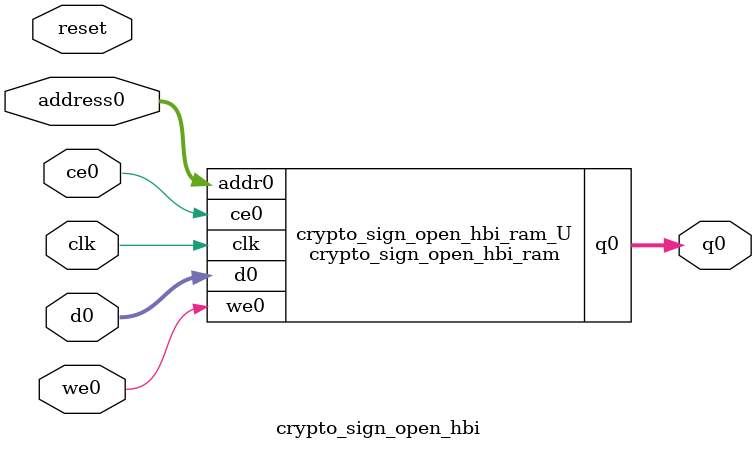
<source format=v>

`timescale 1 ns / 1 ps
module crypto_sign_open_hbi_ram (addr0, ce0, d0, we0, q0,  clk);

parameter DWIDTH = 8;
parameter AWIDTH = 8;
parameter MEM_SIZE = 136;

input[AWIDTH-1:0] addr0;
input ce0;
input[DWIDTH-1:0] d0;
input we0;
output reg[DWIDTH-1:0] q0;
input clk;

(* ram_style = "block" *)reg [DWIDTH-1:0] ram[0:MEM_SIZE-1];




always @(posedge clk)  
begin 
    if (ce0) 
    begin
        if (we0) 
        begin 
            ram[addr0] <= d0; 
            q0 <= d0;
        end 
        else 
            q0 <= ram[addr0];
    end
end


endmodule


`timescale 1 ns / 1 ps
module crypto_sign_open_hbi(
    reset,
    clk,
    address0,
    ce0,
    we0,
    d0,
    q0);

parameter DataWidth = 32'd8;
parameter AddressRange = 32'd136;
parameter AddressWidth = 32'd8;
input reset;
input clk;
input[AddressWidth - 1:0] address0;
input ce0;
input we0;
input[DataWidth - 1:0] d0;
output[DataWidth - 1:0] q0;



crypto_sign_open_hbi_ram crypto_sign_open_hbi_ram_U(
    .clk( clk ),
    .addr0( address0 ),
    .ce0( ce0 ),
    .we0( we0 ),
    .d0( d0 ),
    .q0( q0 ));

endmodule


</source>
